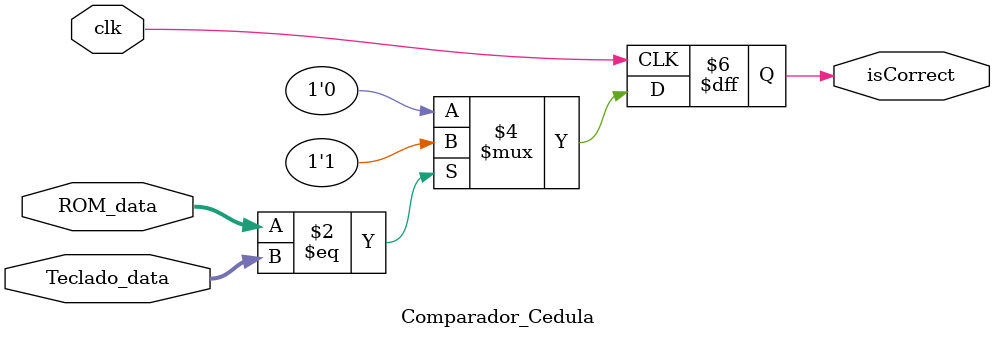
<source format=v>
`timescale 1ns / 1ps
module Comparador_Cedula(
	input clk,
	input [39:0] ROM_data,
	input [39:0] Teclado_data,
	output reg isCorrect
    );

always@(posedge clk) begin
	if (ROM_data == Teclado_data) begin
		isCorrect <= 1'b1;
	end else begin
		isCorrect <= 1'b0;
		end
end

endmodule

</source>
